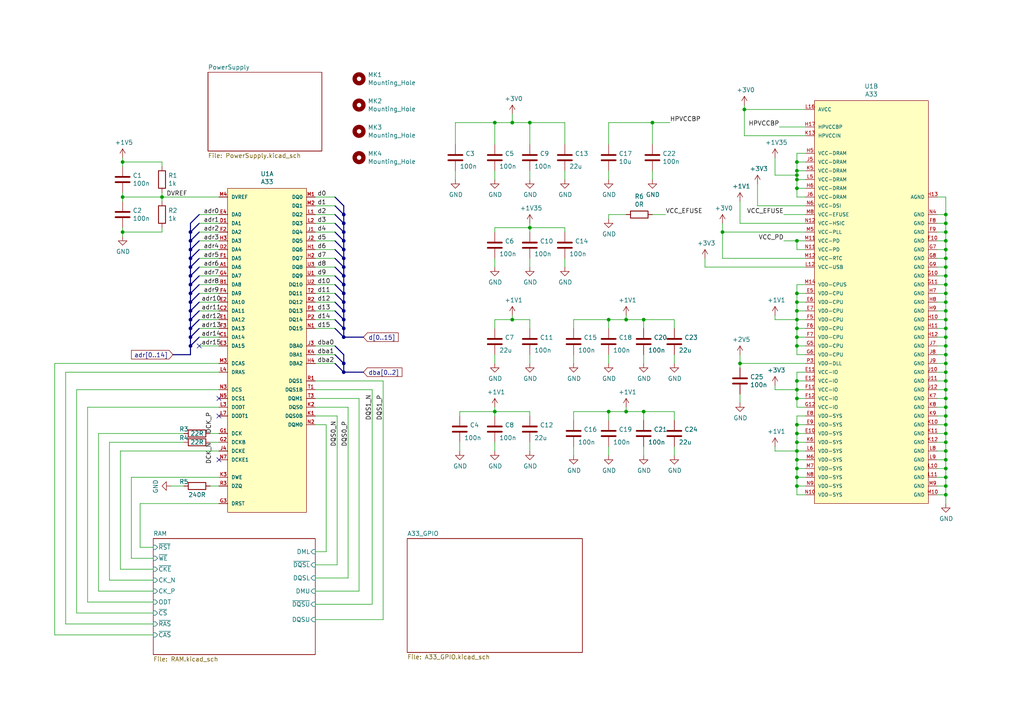
<source format=kicad_sch>
(kicad_sch (version 20211123) (generator eeschema)
  (paper "A4")
  (junction (at 274.32 90.17))
  (junction (at 99.695 67.31))
  (junction (at 55.245 80.01))
  (junction (at 274.32 64.77))
  (junction (at 215.9 31.75))
  (junction (at 55.245 92.71))
  (junction (at 274.32 72.39))
  (junction (at 55.245 90.17))
  (junction (at 35.56 57.15))
  (junction (at 148.59 92.71))
  (junction (at 274.32 115.57))
  (junction (at 274.32 107.95))
  (junction (at 231.14 138.43))
  (junction (at 99.695 90.17))
  (junction (at 274.32 85.09))
  (junction (at 214.63 105.41))
  (junction (at 231.14 135.89))
  (junction (at 274.32 87.63))
  (junction (at 231.14 69.85))
  (junction (at 231.14 54.61))
  (junction (at 231.14 115.57))
  (junction (at 231.14 113.03))
  (junction (at 99.695 80.01))
  (junction (at 231.14 49.53))
  (junction (at 99.695 92.71))
  (junction (at 181.61 119.38))
  (junction (at 181.61 92.71))
  (junction (at 231.14 90.17))
  (junction (at 55.245 74.93))
  (junction (at 231.14 123.19))
  (junction (at 189.23 35.56))
  (junction (at 99.695 74.93))
  (junction (at 231.14 125.73))
  (junction (at 274.32 125.73))
  (junction (at 231.14 133.35))
  (junction (at 231.14 50.8))
  (junction (at 274.32 105.41))
  (junction (at 231.14 97.79))
  (junction (at 274.32 138.43))
  (junction (at 99.695 82.55))
  (junction (at 153.67 66.04))
  (junction (at 55.245 77.47))
  (junction (at 186.69 119.38))
  (junction (at 99.695 85.09))
  (junction (at 35.56 46.99))
  (junction (at 274.32 67.31))
  (junction (at 274.32 97.79))
  (junction (at 274.32 77.47))
  (junction (at 55.245 97.79))
  (junction (at 99.695 107.95))
  (junction (at 274.32 69.85))
  (junction (at 274.32 133.35))
  (junction (at 274.32 95.25))
  (junction (at 231.14 85.09))
  (junction (at 55.245 95.25))
  (junction (at 231.14 46.99))
  (junction (at 274.32 62.23))
  (junction (at 55.245 85.09))
  (junction (at 55.245 69.85))
  (junction (at 274.32 110.49))
  (junction (at 55.245 72.39))
  (junction (at 274.32 82.55))
  (junction (at 209.55 67.31))
  (junction (at 46.99 57.15))
  (junction (at 99.695 77.47))
  (junction (at 55.245 82.55))
  (junction (at 274.32 128.27))
  (junction (at 231.14 87.63))
  (junction (at 274.32 130.81))
  (junction (at 148.59 35.56))
  (junction (at 143.51 35.56))
  (junction (at 274.32 140.97))
  (junction (at 231.14 95.25))
  (junction (at 231.14 92.71))
  (junction (at 153.67 35.56))
  (junction (at 186.69 92.71))
  (junction (at 99.695 105.41))
  (junction (at 231.14 110.49))
  (junction (at 231.14 100.33))
  (junction (at 99.695 97.79))
  (junction (at 231.14 128.27))
  (junction (at 99.695 62.23))
  (junction (at 55.245 100.33))
  (junction (at 231.14 52.07))
  (junction (at 274.32 80.01))
  (junction (at 55.245 67.31))
  (junction (at 274.32 143.51))
  (junction (at 274.32 102.87))
  (junction (at 176.53 92.71))
  (junction (at 231.14 130.81))
  (junction (at 274.32 113.03))
  (junction (at 55.245 87.63))
  (junction (at 176.53 119.38))
  (junction (at 274.32 100.33))
  (junction (at 231.14 140.97))
  (junction (at 35.56 67.31))
  (junction (at 274.32 123.19))
  (junction (at 274.32 74.93))
  (junction (at 99.695 95.25))
  (junction (at 143.51 119.38))
  (junction (at 274.32 92.71))
  (junction (at 274.32 118.11))
  (junction (at 274.32 135.89))
  (junction (at 99.695 64.77))
  (junction (at 99.695 69.85))
  (junction (at 99.695 87.63))
  (junction (at 274.32 120.65))
  (junction (at 99.695 72.39))
  (no_connect (at 63.5 120.65))
  (no_connect (at 63.5 115.57))
  (no_connect (at 57.785 100.33))
  (no_connect (at 63.5 133.35))
  (bus (pts (xy 97.155 57.15) (xy 99.695 59.69)))
  (wire (pts (xy 233.68 113.03) (xy 231.14 113.03)))
  (bus (pts (xy 99.695 107.95) (xy 105.41 107.95)))
  (wire (pts (xy 49.53 140.97) (xy 53.34 140.97)))
  (wire (pts (xy 91.44 90.17) (xy 97.155 90.17)))
  (wire (pts (xy 46.99 66.04) (xy 46.99 67.31)))
  (wire (pts (xy 274.32 72.39) (xy 274.32 74.93)))
  (wire (pts (xy 274.32 90.17) (xy 271.78 90.17)))
  (wire (pts (xy 34.925 165.1) (xy 44.45 165.1)))
  (wire (pts (xy 153.67 119.38) (xy 153.67 120.65)))
  (bus (pts (xy 55.245 80.01) (xy 55.245 82.55)))
  (wire (pts (xy 274.32 118.11) (xy 274.32 120.65)))
  (bus (pts (xy 55.245 87.63) (xy 57.785 85.09)))
  (wire (pts (xy 231.14 90.17) (xy 231.14 92.71)))
  (wire (pts (xy 274.32 87.63) (xy 274.32 90.17)))
  (wire (pts (xy 91.44 113.03) (xy 107.95 113.03)))
  (wire (pts (xy 153.67 64.77) (xy 153.67 66.04)))
  (wire (pts (xy 233.68 85.09) (xy 231.14 85.09)))
  (bus (pts (xy 97.155 67.31) (xy 99.695 69.85)))
  (wire (pts (xy 274.32 85.09) (xy 271.78 85.09)))
  (wire (pts (xy 176.53 105.41) (xy 176.53 102.87)))
  (bus (pts (xy 55.245 72.39) (xy 57.785 69.85)))
  (wire (pts (xy 63.5 125.73) (xy 60.96 125.73)))
  (wire (pts (xy 271.78 100.33) (xy 274.32 100.33)))
  (bus (pts (xy 99.695 74.93) (xy 99.695 77.47)))
  (wire (pts (xy 274.32 135.89) (xy 271.78 135.89)))
  (wire (pts (xy 274.32 64.77) (xy 271.78 64.77)))
  (wire (pts (xy 57.785 62.23) (xy 63.5 62.23)))
  (wire (pts (xy 163.83 52.07) (xy 163.83 49.53)))
  (wire (pts (xy 271.78 113.03) (xy 274.32 113.03)))
  (bus (pts (xy 97.155 69.85) (xy 99.695 72.39)))
  (wire (pts (xy 209.55 74.93) (xy 233.68 74.93)))
  (wire (pts (xy 44.45 177.8) (xy 22.225 177.8)))
  (wire (pts (xy 163.83 35.56) (xy 163.83 41.91)))
  (wire (pts (xy 214.63 102.87) (xy 214.63 105.41)))
  (wire (pts (xy 274.32 125.73) (xy 274.32 128.27)))
  (bus (pts (xy 55.245 82.55) (xy 57.785 80.01)))
  (wire (pts (xy 271.78 102.87) (xy 274.32 102.87)))
  (wire (pts (xy 274.32 130.81) (xy 274.32 133.35)))
  (wire (pts (xy 35.56 68.58) (xy 35.56 67.31)))
  (bus (pts (xy 55.245 92.71) (xy 55.245 95.25)))
  (wire (pts (xy 231.14 82.55) (xy 231.14 85.09)))
  (wire (pts (xy 271.78 143.51) (xy 274.32 143.51)))
  (wire (pts (xy 186.69 92.71) (xy 195.58 92.71)))
  (wire (pts (xy 271.78 118.11) (xy 274.32 118.11)))
  (wire (pts (xy 57.785 74.93) (xy 63.5 74.93)))
  (wire (pts (xy 57.785 100.33) (xy 63.5 100.33)))
  (wire (pts (xy 214.63 116.84) (xy 214.63 114.3)))
  (wire (pts (xy 181.61 119.38) (xy 186.69 119.38)))
  (wire (pts (xy 91.44 59.69) (xy 97.155 59.69)))
  (wire (pts (xy 231.14 52.07) (xy 231.14 54.61)))
  (wire (pts (xy 271.78 95.25) (xy 274.32 95.25)))
  (wire (pts (xy 274.32 143.51) (xy 274.32 146.05)))
  (wire (pts (xy 53.34 128.27) (xy 31.75 128.27)))
  (wire (pts (xy 233.68 130.81) (xy 231.14 130.81)))
  (wire (pts (xy 153.67 77.47) (xy 153.67 74.93)))
  (bus (pts (xy 55.245 90.17) (xy 55.245 92.71)))
  (wire (pts (xy 224.79 113.03) (xy 231.14 113.03)))
  (wire (pts (xy 224.79 91.44) (xy 224.79 92.71)))
  (wire (pts (xy 91.44 102.87) (xy 97.155 102.87)))
  (wire (pts (xy 274.32 69.85) (xy 274.32 72.39)))
  (bus (pts (xy 55.245 69.85) (xy 57.785 67.31)))
  (wire (pts (xy 274.32 92.71) (xy 274.32 95.25)))
  (wire (pts (xy 231.14 44.45) (xy 231.14 46.99)))
  (wire (pts (xy 274.32 67.31) (xy 274.32 69.85)))
  (wire (pts (xy 46.99 46.99) (xy 46.99 48.26)))
  (wire (pts (xy 231.14 49.53) (xy 231.14 50.8)))
  (wire (pts (xy 214.63 105.41) (xy 214.63 106.68)))
  (bus (pts (xy 55.245 100.33) (xy 55.245 102.87)))
  (wire (pts (xy 204.47 74.93) (xy 204.47 77.47)))
  (wire (pts (xy 91.44 171.45) (xy 104.14 171.45)))
  (wire (pts (xy 63.5 57.15) (xy 46.99 57.15)))
  (bus (pts (xy 99.695 62.23) (xy 99.695 64.77)))
  (wire (pts (xy 46.99 58.42) (xy 46.99 57.15)))
  (wire (pts (xy 274.32 128.27) (xy 274.32 130.81)))
  (wire (pts (xy 143.51 119.38) (xy 153.67 119.38)))
  (wire (pts (xy 274.32 105.41) (xy 271.78 105.41)))
  (wire (pts (xy 195.58 119.38) (xy 195.58 121.92)))
  (wire (pts (xy 133.35 130.81) (xy 133.35 128.27)))
  (wire (pts (xy 35.56 57.15) (xy 35.56 55.88)))
  (wire (pts (xy 91.44 87.63) (xy 97.155 87.63)))
  (wire (pts (xy 231.14 125.73) (xy 231.14 128.27)))
  (wire (pts (xy 15.875 105.41) (xy 63.5 105.41)))
  (wire (pts (xy 104.14 171.45) (xy 104.14 115.57)))
  (wire (pts (xy 148.59 92.71) (xy 153.67 92.71)))
  (wire (pts (xy 133.35 119.38) (xy 143.51 119.38)))
  (wire (pts (xy 63.5 130.81) (xy 34.925 130.81)))
  (wire (pts (xy 195.58 105.41) (xy 195.58 102.87)))
  (wire (pts (xy 148.59 33.02) (xy 148.59 35.56)))
  (wire (pts (xy 166.37 95.25) (xy 166.37 92.71)))
  (wire (pts (xy 271.78 72.39) (xy 274.32 72.39)))
  (wire (pts (xy 143.51 92.71) (xy 148.59 92.71)))
  (wire (pts (xy 231.14 54.61) (xy 231.14 57.15)))
  (wire (pts (xy 31.75 128.27) (xy 31.75 168.275)))
  (wire (pts (xy 38.1 161.925) (xy 38.1 138.43)))
  (bus (pts (xy 99.695 90.17) (xy 99.695 92.71)))
  (wire (pts (xy 40.64 146.05) (xy 63.5 146.05)))
  (wire (pts (xy 274.32 133.35) (xy 274.32 135.89)))
  (wire (pts (xy 166.37 105.41) (xy 166.37 102.87)))
  (wire (pts (xy 44.45 161.925) (xy 38.1 161.925)))
  (bus (pts (xy 99.695 92.71) (xy 99.695 95.25)))
  (wire (pts (xy 40.64 158.75) (xy 40.64 146.05)))
  (bus (pts (xy 99.695 64.77) (xy 99.695 67.31)))
  (wire (pts (xy 274.32 140.97) (xy 274.32 143.51)))
  (bus (pts (xy 97.155 59.69) (xy 99.695 62.23)))
  (wire (pts (xy 153.67 105.41) (xy 153.67 102.87)))
  (bus (pts (xy 55.245 74.93) (xy 57.785 72.39)))
  (wire (pts (xy 274.32 77.47) (xy 274.32 80.01)))
  (wire (pts (xy 57.785 80.01) (xy 63.5 80.01)))
  (wire (pts (xy 231.14 133.35) (xy 231.14 135.89)))
  (bus (pts (xy 97.155 77.47) (xy 99.695 80.01)))
  (wire (pts (xy 97.79 120.65) (xy 91.44 120.65)))
  (bus (pts (xy 99.695 69.85) (xy 99.695 72.39)))
  (wire (pts (xy 57.785 87.63) (xy 63.5 87.63)))
  (wire (pts (xy 163.83 77.47) (xy 163.83 74.93)))
  (wire (pts (xy 209.55 74.93) (xy 209.55 67.31)))
  (wire (pts (xy 274.32 74.93) (xy 274.32 77.47)))
  (bus (pts (xy 55.245 85.09) (xy 55.245 87.63)))
  (wire (pts (xy 132.08 35.56) (xy 143.51 35.56)))
  (wire (pts (xy 22.225 113.03) (xy 63.5 113.03)))
  (wire (pts (xy 274.32 57.15) (xy 274.32 62.23)))
  (wire (pts (xy 63.5 128.27) (xy 60.96 128.27)))
  (bus (pts (xy 97.155 64.77) (xy 99.695 67.31)))
  (wire (pts (xy 176.53 63.5) (xy 176.53 62.23)))
  (wire (pts (xy 176.53 121.92) (xy 176.53 119.38)))
  (bus (pts (xy 97.155 102.87) (xy 99.695 105.41)))
  (wire (pts (xy 143.51 35.56) (xy 148.59 35.56)))
  (wire (pts (xy 31.75 168.275) (xy 44.45 168.275)))
  (wire (pts (xy 233.68 107.95) (xy 231.14 107.95)))
  (wire (pts (xy 176.53 41.91) (xy 176.53 35.56)))
  (wire (pts (xy 57.785 77.47) (xy 63.5 77.47)))
  (wire (pts (xy 233.68 120.65) (xy 231.14 120.65)))
  (wire (pts (xy 233.68 44.45) (xy 231.14 44.45)))
  (wire (pts (xy 231.14 69.85) (xy 227.33 69.85)))
  (wire (pts (xy 63.5 118.11) (xy 25.4 118.11)))
  (wire (pts (xy 233.68 133.35) (xy 231.14 133.35)))
  (wire (pts (xy 186.69 105.41) (xy 186.69 102.87)))
  (wire (pts (xy 57.785 97.79) (xy 63.5 97.79)))
  (wire (pts (xy 231.14 115.57) (xy 231.14 118.11)))
  (wire (pts (xy 233.68 140.97) (xy 231.14 140.97)))
  (bus (pts (xy 55.245 85.09) (xy 57.785 82.55)))
  (wire (pts (xy 94.615 160.02) (xy 91.44 160.02)))
  (wire (pts (xy 143.51 130.81) (xy 143.51 128.27)))
  (bus (pts (xy 55.245 95.25) (xy 57.785 92.71)))
  (bus (pts (xy 55.245 74.93) (xy 55.245 77.47)))
  (wire (pts (xy 181.61 118.11) (xy 181.61 119.38)))
  (wire (pts (xy 44.45 158.75) (xy 40.64 158.75)))
  (wire (pts (xy 231.14 50.8) (xy 231.14 52.07)))
  (wire (pts (xy 231.14 85.09) (xy 231.14 87.63)))
  (wire (pts (xy 233.68 92.71) (xy 231.14 92.71)))
  (wire (pts (xy 91.44 67.31) (xy 97.155 67.31)))
  (wire (pts (xy 44.45 184.15) (xy 15.875 184.15)))
  (bus (pts (xy 97.155 74.93) (xy 99.695 77.47)))
  (wire (pts (xy 19.05 107.95) (xy 19.05 180.975)))
  (wire (pts (xy 233.68 97.79) (xy 231.14 97.79)))
  (wire (pts (xy 57.785 69.85) (xy 63.5 69.85)))
  (wire (pts (xy 94.615 123.19) (xy 94.615 160.02)))
  (wire (pts (xy 215.9 30.48) (xy 215.9 31.75)))
  (wire (pts (xy 91.44 118.11) (xy 100.965 118.11)))
  (bus (pts (xy 55.245 87.63) (xy 55.245 90.17)))
  (wire (pts (xy 231.14 72.39) (xy 231.14 69.85)))
  (wire (pts (xy 189.23 62.23) (xy 193.04 62.23)))
  (wire (pts (xy 35.56 67.31) (xy 46.99 67.31)))
  (wire (pts (xy 176.53 132.08) (xy 176.53 129.54)))
  (wire (pts (xy 60.96 140.97) (xy 63.5 140.97)))
  (wire (pts (xy 97.79 163.83) (xy 97.79 120.65)))
  (wire (pts (xy 231.14 140.97) (xy 231.14 143.51)))
  (wire (pts (xy 215.9 39.37) (xy 215.9 31.75)))
  (wire (pts (xy 231.14 135.89) (xy 231.14 138.43)))
  (wire (pts (xy 274.32 85.09) (xy 274.32 87.63)))
  (wire (pts (xy 231.14 92.71) (xy 231.14 95.25)))
  (bus (pts (xy 55.245 97.79) (xy 57.785 95.25)))
  (wire (pts (xy 166.37 121.92) (xy 166.37 119.38)))
  (wire (pts (xy 34.925 130.81) (xy 34.925 165.1)))
  (wire (pts (xy 132.08 41.91) (xy 132.08 35.56)))
  (wire (pts (xy 233.68 36.83) (xy 226.06 36.83)))
  (wire (pts (xy 233.68 69.85) (xy 231.14 69.85)))
  (wire (pts (xy 100.965 167.64) (xy 91.44 167.64)))
  (wire (pts (xy 231.14 87.63) (xy 231.14 90.17)))
  (wire (pts (xy 176.53 92.71) (xy 181.61 92.71)))
  (wire (pts (xy 231.14 138.43) (xy 231.14 140.97)))
  (wire (pts (xy 153.67 41.91) (xy 153.67 35.56)))
  (wire (pts (xy 233.68 90.17) (xy 231.14 90.17)))
  (wire (pts (xy 91.44 105.41) (xy 97.155 105.41)))
  (wire (pts (xy 143.51 66.04) (xy 153.67 66.04)))
  (wire (pts (xy 181.61 92.71) (xy 186.69 92.71)))
  (wire (pts (xy 15.875 184.15) (xy 15.875 105.41)))
  (wire (pts (xy 91.44 179.705) (xy 111.125 179.705)))
  (wire (pts (xy 176.53 95.25) (xy 176.53 92.71)))
  (wire (pts (xy 233.68 95.25) (xy 231.14 95.25)))
  (wire (pts (xy 274.32 107.95) (xy 274.32 110.49)))
  (bus (pts (xy 99.695 97.79) (xy 105.41 97.79)))
  (wire (pts (xy 274.32 62.23) (xy 274.32 64.77)))
  (wire (pts (xy 143.51 41.91) (xy 143.51 35.56)))
  (wire (pts (xy 44.45 171.45) (xy 28.575 171.45)))
  (wire (pts (xy 153.67 92.71) (xy 153.67 95.25)))
  (wire (pts (xy 274.32 105.41) (xy 274.32 107.95)))
  (wire (pts (xy 91.44 57.15) (xy 97.155 57.15)))
  (wire (pts (xy 91.44 95.25) (xy 97.155 95.25)))
  (wire (pts (xy 274.32 110.49) (xy 274.32 113.03)))
  (bus (pts (xy 97.155 90.17) (xy 99.695 92.71)))
  (wire (pts (xy 189.23 41.91) (xy 189.23 35.56)))
  (wire (pts (xy 233.68 115.57) (xy 231.14 115.57)))
  (wire (pts (xy 35.56 58.42) (xy 35.56 57.15)))
  (wire (pts (xy 274.32 80.01) (xy 274.32 82.55)))
  (wire (pts (xy 153.67 67.31) (xy 153.67 66.04)))
  (bus (pts (xy 55.245 72.39) (xy 55.245 74.93)))
  (wire (pts (xy 91.44 123.19) (xy 94.615 123.19)))
  (wire (pts (xy 271.78 120.65) (xy 274.32 120.65)))
  (wire (pts (xy 104.14 115.57) (xy 91.44 115.57)))
  (wire (pts (xy 153.67 35.56) (xy 163.83 35.56)))
  (wire (pts (xy 176.53 62.23) (xy 181.61 62.23)))
  (wire (pts (xy 91.44 92.71) (xy 97.155 92.71)))
  (wire (pts (xy 28.575 125.73) (xy 53.34 125.73)))
  (wire (pts (xy 231.14 143.51) (xy 233.68 143.51)))
  (wire (pts (xy 143.51 118.11) (xy 143.51 119.38)))
  (wire (pts (xy 35.56 67.31) (xy 35.56 66.04)))
  (wire (pts (xy 233.68 62.23) (xy 227.33 62.23)))
  (wire (pts (xy 274.32 110.49) (xy 271.78 110.49)))
  (bus (pts (xy 99.695 102.87) (xy 99.695 105.41)))
  (bus (pts (xy 99.695 77.47) (xy 99.695 80.01)))
  (wire (pts (xy 166.37 132.08) (xy 166.37 129.54)))
  (bus (pts (xy 97.155 82.55) (xy 99.695 85.09)))
  (bus (pts (xy 55.245 67.31) (xy 55.245 69.85)))
  (wire (pts (xy 91.44 80.01) (xy 97.155 80.01)))
  (bus (pts (xy 99.695 67.31) (xy 99.695 69.85)))
  (wire (pts (xy 271.78 107.95) (xy 274.32 107.95)))
  (wire (pts (xy 209.55 64.77) (xy 209.55 67.31)))
  (wire (pts (xy 271.78 87.63) (xy 274.32 87.63)))
  (wire (pts (xy 153.67 130.81) (xy 153.67 128.27)))
  (wire (pts (xy 57.785 64.77) (xy 63.5 64.77)))
  (wire (pts (xy 233.68 87.63) (xy 231.14 87.63)))
  (wire (pts (xy 274.32 100.33) (xy 274.32 102.87)))
  (wire (pts (xy 91.44 100.33) (xy 97.155 100.33)))
  (wire (pts (xy 271.78 92.71) (xy 274.32 92.71)))
  (bus (pts (xy 55.245 64.77) (xy 57.785 62.23)))
  (wire (pts (xy 224.79 130.81) (xy 231.14 130.81)))
  (wire (pts (xy 224.79 92.71) (xy 231.14 92.71)))
  (wire (pts (xy 35.56 57.15) (xy 46.99 57.15)))
  (wire (pts (xy 231.14 128.27) (xy 231.14 130.81)))
  (wire (pts (xy 143.51 120.65) (xy 143.51 119.38)))
  (wire (pts (xy 233.68 49.53) (xy 231.14 49.53)))
  (wire (pts (xy 214.63 64.77) (xy 233.68 64.77)))
  (bus (pts (xy 55.245 95.25) (xy 55.245 97.79)))
  (wire (pts (xy 233.68 52.07) (xy 231.14 52.07)))
  (wire (pts (xy 231.14 130.81) (xy 231.14 133.35)))
  (wire (pts (xy 22.225 177.8) (xy 22.225 113.03)))
  (wire (pts (xy 186.69 119.38) (xy 195.58 119.38)))
  (wire (pts (xy 57.785 92.71) (xy 63.5 92.71)))
  (wire (pts (xy 233.68 138.43) (xy 231.14 138.43)))
  (bus (pts (xy 99.695 82.55) (xy 99.695 85.09)))
  (wire (pts (xy 224.79 129.54) (xy 224.79 130.81)))
  (wire (pts (xy 233.68 59.69) (xy 219.71 59.69)))
  (wire (pts (xy 274.32 115.57) (xy 271.78 115.57)))
  (wire (pts (xy 233.68 54.61) (xy 231.14 54.61)))
  (wire (pts (xy 209.55 67.31) (xy 233.68 67.31)))
  (bus (pts (xy 55.245 69.85) (xy 55.245 72.39)))
  (wire (pts (xy 231.14 57.15) (xy 233.68 57.15)))
  (wire (pts (xy 143.51 52.07) (xy 143.51 49.53)))
  (wire (pts (xy 274.32 128.27) (xy 271.78 128.27)))
  (wire (pts (xy 233.68 100.33) (xy 231.14 100.33)))
  (wire (pts (xy 274.32 95.25) (xy 274.32 97.79)))
  (wire (pts (xy 57.785 67.31) (xy 63.5 67.31)))
  (wire (pts (xy 214.63 58.42) (xy 214.63 64.77)))
  (wire (pts (xy 224.79 45.72) (xy 224.79 50.8)))
  (wire (pts (xy 231.14 110.49) (xy 231.14 113.03)))
  (bus (pts (xy 55.245 67.31) (xy 57.785 64.77)))
  (wire (pts (xy 35.56 46.99) (xy 35.56 45.72)))
  (wire (pts (xy 148.59 35.56) (xy 153.67 35.56)))
  (wire (pts (xy 91.44 77.47) (xy 97.155 77.47)))
  (wire (pts (xy 231.14 113.03) (xy 231.14 115.57)))
  (wire (pts (xy 46.99 57.15) (xy 46.99 55.88)))
  (wire (pts (xy 233.68 72.39) (xy 231.14 72.39)))
  (wire (pts (xy 35.56 46.99) (xy 46.99 46.99)))
  (wire (pts (xy 271.78 138.43) (xy 274.32 138.43)))
  (wire (pts (xy 274.32 120.65) (xy 274.32 123.19)))
  (wire (pts (xy 91.44 82.55) (xy 97.155 82.55)))
  (wire (pts (xy 153.67 66.04) (xy 163.83 66.04)))
  (bus (pts (xy 99.695 85.09) (xy 99.695 87.63)))
  (bus (pts (xy 99.695 59.69) (xy 99.695 62.23)))
  (wire (pts (xy 195.58 92.71) (xy 195.58 95.25)))
  (bus (pts (xy 55.245 92.71) (xy 57.785 90.17)))
  (wire (pts (xy 143.51 67.31) (xy 143.51 66.04)))
  (wire (pts (xy 274.32 80.01) (xy 271.78 80.01)))
  (wire (pts (xy 215.9 39.37) (xy 233.68 39.37)))
  (wire (pts (xy 63.5 107.95) (xy 19.05 107.95)))
  (bus (pts (xy 97.155 80.01) (xy 99.695 82.55)))
  (wire (pts (xy 57.785 72.39) (xy 63.5 72.39)))
  (wire (pts (xy 231.14 120.65) (xy 231.14 123.19)))
  (wire (pts (xy 271.78 130.81) (xy 274.32 130.81)))
  (wire (pts (xy 271.78 133.35) (xy 274.32 133.35)))
  (wire (pts (xy 166.37 119.38) (xy 176.53 119.38)))
  (wire (pts (xy 274.32 82.55) (xy 274.32 85.09)))
  (wire (pts (xy 163.83 66.04) (xy 163.83 67.31)))
  (bus (pts (xy 97.155 92.71) (xy 99.695 95.25)))
  (wire (pts (xy 91.44 69.85) (xy 97.155 69.85)))
  (wire (pts (xy 186.69 95.25) (xy 186.69 92.71)))
  (wire (pts (xy 143.51 95.25) (xy 143.51 92.71)))
  (wire (pts (xy 231.14 123.19) (xy 231.14 125.73)))
  (wire (pts (xy 25.4 174.625) (xy 44.45 174.625)))
  (wire (pts (xy 133.35 120.65) (xy 133.35 119.38)))
  (wire (pts (xy 57.785 82.55) (xy 63.5 82.55)))
  (wire (pts (xy 274.32 135.89) (xy 274.32 138.43)))
  (wire (pts (xy 19.05 180.975) (xy 44.45 180.975)))
  (bus (pts (xy 55.245 100.33) (xy 57.785 97.79)))
  (wire (pts (xy 274.32 64.77) (xy 274.32 67.31)))
  (bus (pts (xy 99.695 80.01) (xy 99.695 82.55)))
  (wire (pts (xy 91.44 62.23) (xy 97.155 62.23)))
  (wire (pts (xy 233.68 105.41) (xy 214.63 105.41)))
  (wire (pts (xy 38.1 138.43) (xy 63.5 138.43)))
  (wire (pts (xy 176.53 52.07) (xy 176.53 49.53)))
  (wire (pts (xy 274.32 90.17) (xy 274.32 92.71)))
  (wire (pts (xy 274.32 115.57) (xy 274.32 118.11)))
  (wire (pts (xy 176.53 119.38) (xy 181.61 119.38)))
  (bus (pts (xy 97.155 72.39) (xy 99.695 74.93)))
  (wire (pts (xy 176.53 35.56) (xy 189.23 35.56)))
  (wire (pts (xy 91.44 74.93) (xy 97.155 74.93)))
  (wire (pts (xy 231.14 107.95) (xy 231.14 110.49)))
  (wire (pts (xy 107.95 113.03) (xy 107.95 175.26)))
  (wire (pts (xy 107.95 175.26) (xy 91.44 175.26)))
  (wire (pts (xy 148.59 91.44) (xy 148.59 92.71)))
  (wire (pts (xy 91.44 64.77) (xy 97.155 64.77)))
  (bus (pts (xy 55.245 97.79) (xy 55.245 100.33)))
  (wire (pts (xy 25.4 118.11) (xy 25.4 174.625)))
  (bus (pts (xy 97.155 100.33) (xy 99.695 102.87)))
  (wire (pts (xy 271.78 62.23) (xy 274.32 62.23)))
  (bus (pts (xy 97.155 105.41) (xy 99.695 107.95)))
  (wire (pts (xy 111.125 110.49) (xy 91.44 110.49)))
  (wire (pts (xy 274.32 102.87) (xy 274.32 105.41)))
  (bus (pts (xy 55.245 82.55) (xy 55.245 85.09)))
  (wire (pts (xy 271.78 67.31) (xy 274.32 67.31)))
  (wire (pts (xy 111.125 179.705) (xy 111.125 110.49)))
  (wire (pts (xy 186.69 121.92) (xy 186.69 119.38)))
  (bus (pts (xy 99.695 87.63) (xy 99.695 90.17)))
  (wire (pts (xy 271.78 125.73) (xy 274.32 125.73)))
  (wire (pts (xy 274.32 74.93) (xy 271.78 74.93)))
  (wire (pts (xy 57.785 95.25) (xy 63.5 95.25)))
  (bus (pts (xy 55.245 102.87) (xy 50.165 102.87)))
  (wire (pts (xy 274.32 113.03) (xy 274.32 115.57)))
  (wire (pts (xy 231.14 95.25) (xy 231.14 97.79)))
  (wire (pts (xy 204.47 77.47) (xy 233.68 77.47)))
  (wire (pts (xy 224.79 111.76) (xy 224.79 113.03)))
  (wire (pts (xy 153.67 52.07) (xy 153.67 49.53)))
  (bus (pts (xy 97.155 62.23) (xy 99.695 64.77)))
  (wire (pts (xy 231.14 135.89) (xy 233.68 135.89)))
  (wire (pts (xy 224.79 50.8) (xy 231.14 50.8)))
  (wire (pts (xy 271.78 57.15) (xy 274.32 57.15)))
  (wire (pts (xy 271.78 82.55) (xy 274.32 82.55)))
  (wire (pts (xy 274.32 123.19) (xy 271.78 123.19)))
  (bus (pts (xy 99.695 95.25) (xy 99.695 97.79)))
  (wire (pts (xy 166.37 92.71) (xy 176.53 92.71)))
  (bus (pts (xy 99.695 105.41) (xy 99.695 107.95)))
  (wire (pts (xy 57.785 90.17) (xy 63.5 90.17)))
  (wire (pts (xy 274.32 140.97) (xy 271.78 140.97)))
  (wire (pts (xy 143.51 77.47) (xy 143.51 74.93)))
  (wire (pts (xy 231.14 97.79) (xy 231.14 100.33)))
  (wire (pts (xy 186.69 132.08) (xy 186.69 129.54)))
  (wire (pts (xy 274.32 138.43) (xy 274.32 140.97)))
  (wire (pts (xy 233.68 46.99) (xy 231.14 46.99)))
  (wire (pts (xy 274.32 123.19) (xy 274.32 125.73)))
  (wire (pts (xy 91.44 163.83) (xy 97.79 163.83)))
  (wire (pts (xy 195.58 132.08) (xy 195.58 129.54)))
  (bus (pts (xy 97.155 85.09) (xy 99.695 87.63)))
  (wire (pts (xy 233.68 123.19) (xy 231.14 123.19)))
  (bus (pts (xy 97.155 87.63) (xy 99.695 90.17)))
  (wire (pts (xy 189.23 52.07) (xy 189.23 49.53)))
  (wire (pts (xy 28.575 171.45) (xy 28.575 125.73)))
  (wire (pts (xy 91.44 85.09) (xy 97.155 85.09)))
  (bus (pts (xy 55.245 64.77) (xy 55.245 67.31)))
  (wire (pts (xy 219.71 59.69) (xy 219.71 53.34)))
  (wire (pts (xy 274.32 97.79) (xy 271.78 97.79)))
  (wire (pts (xy 271.78 77.47) (xy 274.32 77.47)))
  (wire (pts (xy 189.23 35.56) (xy 194.31 35.56)))
  (wire (pts (xy 57.785 85.09) (xy 63.5 85.09)))
  (wire (pts (xy 35.56 48.26) (xy 35.56 46.99)))
  (wire (pts (xy 215.9 31.75) (xy 233.68 31.75)))
  (bus (pts (xy 55.245 77.47) (xy 57.785 74.93)))
  (wire (pts (xy 233.68 82.55) (xy 231.14 82.55)))
  (bus (pts (xy 55.245 90.17) (xy 57.785 87.63)))
  (wire (pts (xy 231.14 46.99) (xy 231.14 49.53)))
  (wire (pts (xy 143.51 105.41) (xy 143.51 102.87)))
  (bus (pts (xy 55.245 77.47) (xy 55.245 80.01)))
  (wire (pts (xy 132.08 52.07) (xy 132.08 49.53)))
  (wire (pts (xy 233.68 125.73) (xy 231.14 125.73)))
  (wire (pts (xy 274.32 97.79) (xy 274.32 100.33)))
  (wire (pts (xy 233.68 128.27) (xy 231.14 128.27)))
  (wire (pts (xy 274.32 69.85) (xy 271.78 69.85)))
  (wire (pts (xy 231.14 118.11) (xy 233.68 118.11)))
  (bus (pts (xy 99.695 72.39) (xy 99.695 74.93)))
  (wire (pts (xy 233.68 110.49) (xy 231.14 110.49)))
  (wire (pts (xy 91.44 72.39) (xy 97.155 72.39)))
  (wire (pts (xy 100.965 118.11) (xy 100.965 167.64)))
  (wire (pts (xy 181.61 91.44) (xy 181.61 92.71)))
  (bus (pts (xy 97.155 95.25) (xy 99.695 97.79)))
  (bus (pts (xy 55.245 80.01) (xy 57.785 77.47)))
  (wire (pts (xy 231.14 100.33) (xy 231.14 102.87)))
  (wire (pts (xy 231.14 102.87) (xy 233.68 102.87)))
  (label "adr8" (at 59.055 82.55 0))
  (label "d1" (at 92.075 59.69 0))
  (label "DQS0_P" (at 100.965 129.54 90))
  (label "d5" (at 92.075 69.85 0))
  (label "adr13" (at 58.42 95.25 0))
  (label "DVREF" (at 48.26 57.15 0))
  (label "DCK_P" (at 61.595 125.73 90))
  (label "DQS0_N" (at 97.79 129.54 90))
  (label "adr1" (at 59.055 64.77 0))
  (label "adr6" (at 59.055 77.47 0))
  (label "HPVCCBP" (at 194.31 35.56 0))
  (label "d0" (at 92.075 57.15 0))
  (label "adr7" (at 59.055 80.01 0))
  (label "VCC_EFUSE" (at 193.04 62.23 0))
  (label "d11" (at 92.075 85.09 0))
  (label "adr11" (at 58.42 90.17 0))
  (label "adr15" (at 58.42 100.33 0))
  (label "adr10" (at 58.42 87.63 0))
  (label "dba0" (at 92.075 100.33 0))
  (label "DCK_N" (at 61.595 128.27 270))
  (label "adr4" (at 59.055 72.39 0))
  (label "adr5" (at 59.055 74.93 0))
  (label "d15" (at 92.075 95.25 0))
  (label "adr0" (at 59.055 62.23 0))
  (label "dba2" (at 92.075 105.41 0))
  (label "VCC_PD" (at 227.33 69.85 180))
  (label "HPVCCBP" (at 226.06 36.83 180))
  (label "dba1" (at 92.075 102.87 0))
  (label "DQS1_N" (at 107.95 121.92 90))
  (label "d12" (at 92.075 87.63 0))
  (label "adr12" (at 58.42 92.71 0))
  (label "d9" (at 92.075 80.01 0))
  (label "adr3" (at 59.055 69.85 0))
  (label "d7" (at 92.075 74.93 0))
  (label "d4" (at 92.075 67.31 0))
  (label "d8" (at 92.075 77.47 0))
  (label "d13" (at 92.075 90.17 0))
  (label "d14" (at 92.075 92.71 0))
  (label "d2" (at 92.075 62.23 0))
  (label "d6" (at 92.075 72.39 0))
  (label "VCC_EFUSE" (at 227.33 62.23 180))
  (label "adr14" (at 58.42 97.79 0))
  (label "adr9" (at 59.055 85.09 0))
  (label "d3" (at 92.075 64.77 0))
  (label "d10" (at 92.075 82.55 0))
  (label "adr2" (at 59.055 67.31 0))
  (label "DQS1_P" (at 111.125 121.92 90))
  (global_label "adr[0..14]" (shape input) (at 50.165 102.87 180) (property "Intersheet References" "${INTERSHEET_REFS}" (effects hide)))
  (global_label "d[0..15]" (shape input) (at 105.41 97.79 0) (property "Intersheet References" "${INTERSHEET_REFS}" (effects hide)))
  (global_label "dba[0..2]" (shape input) (at 105.41 107.95 0) (property "Intersheet References" "${INTERSHEET_REFS}" (effects hide)))
  (symbol (lib_id "eec:A33") (at 60.96 57.15 0) (unit 1)
    (property "Reference" "U1" (at 77.47 50.419 0))
    (property "Value" "A33" (at 77.47 52.7304 0))
    (property "Footprint" "eec:Allwinner_Technology_Co.,_Ltd.-A33-0" (effects hide))
    (property "Datasheet" "http://dl.linux-sunxi.org/A33/A33_Datasheet_release1.0.pdf" (effects hide))
    (property "DC Supply Voltage for I/O" "1.8V ~ 3.3V" (effects hide))
    (property "category" "IC" (effects hide))
    (property "ipc land pattern name" "BGA289N80P17X17_1400X1400X129" (effects hide))
    (property "lead free" "yes" (effects hide))
    (property "library id" "f6b937119e25c27a" (effects hide))
    (property "manufacturer" "Allwinner Technology Co., Ltd." (effects hide))
    (property "package" "TFBGA282" (effects hide))
    (property "rohs" "yes" (effects hide))
    (property "temperature range high" "+125°C" (effects hide))
    (property "temperature range low" "-40°C" (effects hide))
  )
  (symbol (lib_id "Linux-capable-PCB-KiCAD-rescue:R-device") (at 46.99 52.07 0) (unit 1)
    (property "Reference" "R1" (at 48.768 50.9016 0) (effects (justify left)))
    (property "Value" "1k" (at 48.768 53.213 0) (effects (justify left)))
    (property "Footprint" "Resistor_SMD:R_0603_1608Metric" (effects hide))
  )
  (symbol (lib_id "Linux-capable-PCB-KiCAD-rescue:R-device") (at 46.99 62.23 0) (unit 1)
    (property "Reference" "R2" (at 48.768 61.0616 0) (effects (justify left)))
    (property "Value" "1k" (at 48.768 63.373 0) (effects (justify left)))
    (property "Footprint" "Resistor_SMD:R_0603_1608Metric" (effects hide))
  )
  (symbol (lib_id "Linux-capable-PCB-KiCAD-rescue:C-device") (at 35.56 52.07 0) (unit 1)
    (property "Reference" "C1" (at 38.481 50.9016 0) (effects (justify left)))
    (property "Value" "100n" (at 38.481 53.213 0) (effects (justify left)))
    (property "Footprint" "Capacitor_SMD:C_0603_1608Metric" (effects hide))
  )
  (symbol (lib_id "Linux-capable-PCB-KiCAD-rescue:C-device") (at 35.56 62.23 0) (unit 1)
    (property "Reference" "C2" (at 38.481 61.0616 0) (effects (justify left)))
    (property "Value" "100n" (at 38.481 63.373 0) (effects (justify left)))
    (property "Footprint" "Capacitor_SMD:C_0603_1608Metric" (effects hide))
  )
  (symbol (lib_id "power:GND") (at 35.56 68.58 0) (unit 1)
    (property "Reference" "#PWR0101" (effects hide))
    (property "Value" "GND" (at 35.687 72.9742 0))
  )
  (symbol (lib_id "eec:A33") (at 231.14 31.75 0) (unit 2)
    (property "Reference" "U1" (at 252.73 25.019 0))
    (property "Value" "A33" (at 252.73 27.3304 0))
    (property "Footprint" "eec:Allwinner_Technology_Co.,_Ltd.-A33-0" (effects hide))
    (property "Datasheet" "http://dl.linux-sunxi.org/A33/A33_Datasheet_release1.0.pdf" (effects hide))
    (property "DC Supply Voltage for I/O" "1.8V ~ 3.3V" (effects hide))
    (property "category" "IC" (effects hide))
    (property "ipc land pattern name" "BGA289N80P17X17_1400X1400X129" (effects hide))
    (property "lead free" "yes" (effects hide))
    (property "library id" "f6b937119e25c27a" (effects hide))
    (property "manufacturer" "Allwinner Technology Co., Ltd." (effects hide))
    (property "package" "TFBGA282" (effects hide))
    (property "rohs" "yes" (effects hide))
    (property "temperature range high" "+125°C" (effects hide))
    (property "temperature range low" "-40°C" (effects hide))
  )
  (symbol (lib_id "power:GND") (at 274.32 146.05 0) (unit 1)
    (property "Reference" "#PWR0103" (effects hide))
    (property "Value" "GND" (at 274.447 150.4442 0))
  )
  (symbol (lib_id "power:+1V1") (at 224.79 129.54 0) (unit 1)
    (property "Reference" "#PWR0104" (effects hide))
    (property "Value" "+1V1" (at 225.171 125.1458 0))
  )
  (symbol (lib_id "power:+3V3") (at 224.79 111.76 0) (unit 1)
    (property "Reference" "#PWR0105" (effects hide))
    (property "Value" "+3V3" (at 225.171 107.3658 0))
  )
  (symbol (lib_id "Linux-capable-PCB-KiCAD-rescue:C-device") (at 214.63 110.49 0) (unit 1)
    (property "Reference" "C25" (at 217.551 109.3216 0) (effects (justify left)))
    (property "Value" "100n" (at 217.551 111.633 0) (effects (justify left)))
    (property "Footprint" "Capacitor_SMD:C_0603_1608Metric" (effects hide))
  )
  (symbol (lib_id "power:GND") (at 214.63 116.84 0) (unit 1)
    (property "Reference" "#PWR0106" (effects hide))
    (property "Value" "GND" (at 214.757 121.2342 0))
  )
  (symbol (lib_id "power:+2V5") (at 214.63 102.87 0) (unit 1)
    (property "Reference" "#PWR0107" (effects hide))
    (property "Value" "+2V5" (at 215.011 98.4758 0))
  )
  (symbol (lib_id "power:+1V1") (at 224.79 91.44 0) (unit 1)
    (property "Reference" "#PWR0108" (effects hide))
    (property "Value" "+1V1" (at 225.171 87.0458 0))
  )
  (symbol (lib_id "power:+3V3") (at 204.47 74.93 0) (unit 1)
    (property "Reference" "#PWR0109" (effects hide))
    (property "Value" "+3V3" (at 204.851 70.5358 0))
  )
  (symbol (lib_id "power:+3V0") (at 209.55 64.77 0) (unit 1)
    (property "Reference" "#PWR0110" (effects hide))
    (property "Value" "+3V0" (at 209.931 60.3758 0))
  )
  (symbol (lib_id "power:+1V1") (at 214.63 58.42 0) (unit 1)
    (property "Reference" "#PWR0111" (effects hide))
    (property "Value" "+1V1" (at 215.011 54.0258 0))
  )
  (symbol (lib_id "power:+1V5") (at 35.56 45.72 0) (unit 1)
    (property "Reference" "#PWR0102" (effects hide))
    (property "Value" "+1V5" (at 35.941 41.3258 0))
  )
  (symbol (lib_id "power:+3V3") (at 219.71 53.34 0) (unit 1)
    (property "Reference" "#PWR0112" (effects hide))
    (property "Value" "+3V3" (at 220.091 48.9458 0))
  )
  (symbol (lib_id "power:+1V35") (at 224.79 45.72 0) (unit 1)
    (property "Reference" "#PWR0113" (effects hide))
    (property "Value" "+1V35" (at 225.171 41.3258 0))
  )
  (symbol (lib_id "power:+3V0") (at 215.9 30.48 0) (unit 1)
    (property "Reference" "#PWR0114" (effects hide))
    (property "Value" "+3V0" (at 216.281 26.0858 0))
  )
  (symbol (lib_id "Linux-capable-PCB-KiCAD-rescue:R-device") (at 185.42 62.23 270) (unit 1)
    (property "Reference" "R6" (at 185.42 56.9722 90))
    (property "Value" "0R" (at 185.42 59.2836 90))
    (property "Footprint" "Resistor_SMD:R_0603_1608Metric" (effects hide))
  )
  (symbol (lib_id "power:GND") (at 176.53 63.5 0) (unit 1)
    (property "Reference" "#PWR0115" (effects hide))
    (property "Value" "GND" (at 176.657 67.8942 0))
  )
  (symbol (lib_id "Linux-capable-PCB-KiCAD-rescue:C-device") (at 176.53 45.72 0) (unit 1)
    (property "Reference" "C17" (at 179.451 44.5516 0) (effects (justify left)))
    (property "Value" "10u" (at 179.451 46.863 0) (effects (justify left)))
    (property "Footprint" "Capacitor_SMD:C_0603_1608Metric" (effects hide))
  )
  (symbol (lib_id "Linux-capable-PCB-KiCAD-rescue:C-device") (at 189.23 45.72 0) (unit 1)
    (property "Reference" "C22" (at 192.151 44.5516 0) (effects (justify left)))
    (property "Value" "100n" (at 192.151 46.863 0) (effects (justify left)))
    (property "Footprint" "Capacitor_SMD:C_0603_1608Metric" (effects hide))
  )
  (symbol (lib_id "power:GND") (at 176.53 52.07 0) (unit 1)
    (property "Reference" "#PWR0116" (effects hide))
    (property "Value" "GND" (at 176.657 56.4642 0))
  )
  (symbol (lib_id "power:GND") (at 189.23 52.07 0) (unit 1)
    (property "Reference" "#PWR0117" (effects hide))
    (property "Value" "GND" (at 189.357 56.4642 0))
  )
  (symbol (lib_id "Linux-capable-PCB-KiCAD-rescue:C-device") (at 163.83 45.72 0) (unit 1)
    (property "Reference" "C13" (at 166.751 44.5516 0) (effects (justify left)))
    (property "Value" "22u" (at 165.1 48.26 0) (effects (justify left)))
    (property "Footprint" "Capacitor_SMD:C_0603_1608Metric" (effects hide))
  )
  (symbol (lib_id "Linux-capable-PCB-KiCAD-rescue:C-device") (at 153.67 45.72 0) (unit 1)
    (property "Reference" "C9" (at 156.591 44.5516 0) (effects (justify left)))
    (property "Value" "100n" (at 154.94 48.26 0) (effects (justify left)))
    (property "Footprint" "Capacitor_SMD:C_0603_1608Metric" (effects hide))
  )
  (symbol (lib_id "Linux-capable-PCB-KiCAD-rescue:C-device") (at 143.51 45.72 0) (unit 1)
    (property "Reference" "C5" (at 146.431 44.5516 0) (effects (justify left)))
    (property "Value" "100n" (at 144.78 48.26 0) (effects (justify left)))
    (property "Footprint" "Capacitor_SMD:C_0603_1608Metric" (effects hide))
  )
  (symbol (lib_id "Linux-capable-PCB-KiCAD-rescue:C-device") (at 132.08 45.72 0) (unit 1)
    (property "Reference" "C3" (at 135.001 44.5516 0) (effects (justify left)))
    (property "Value" "100n" (at 133.35 48.26 0) (effects (justify left)))
    (property "Footprint" "Capacitor_SMD:C_0603_1608Metric" (effects hide))
  )
  (symbol (lib_id "power:GND") (at 163.83 52.07 0) (unit 1)
    (property "Reference" "#PWR0118" (effects hide))
    (property "Value" "GND" (at 163.957 56.4642 0))
  )
  (symbol (lib_id "power:GND") (at 153.67 52.07 0) (unit 1)
    (property "Reference" "#PWR0119" (effects hide))
    (property "Value" "GND" (at 153.797 56.4642 0))
  )
  (symbol (lib_id "power:GND") (at 143.51 52.07 0) (unit 1)
    (property "Reference" "#PWR0120" (effects hide))
    (property "Value" "GND" (at 143.637 56.4642 0))
  )
  (symbol (lib_id "power:GND") (at 132.08 52.07 0) (unit 1)
    (property "Reference" "#PWR0121" (effects hide))
    (property "Value" "GND" (at 132.207 56.4642 0))
  )
  (symbol (lib_id "power:+3V0") (at 148.59 33.02 0) (unit 1)
    (property "Reference" "#PWR0122" (effects hide))
    (property "Value" "+3V0" (at 148.971 28.6258 0))
  )
  (symbol (lib_id "Linux-capable-PCB-KiCAD-rescue:C-device") (at 143.51 71.12 0) (unit 1)
    (property "Reference" "C6" (at 146.431 69.9516 0) (effects (justify left)))
    (property "Value" "100n" (at 144.78 73.66 0) (effects (justify left)))
    (property "Footprint" "Capacitor_SMD:C_0603_1608Metric" (effects hide))
  )
  (symbol (lib_id "Linux-capable-PCB-KiCAD-rescue:C-device") (at 153.67 71.12 0) (unit 1)
    (property "Reference" "C10" (at 156.591 69.9516 0) (effects (justify left)))
    (property "Value" "100n" (at 154.94 73.66 0) (effects (justify left)))
    (property "Footprint" "Capacitor_SMD:C_0603_1608Metric" (effects hide))
  )
  (symbol (lib_id "Linux-capable-PCB-KiCAD-rescue:C-device") (at 163.83 71.12 0) (unit 1)
    (property "Reference" "C14" (at 166.751 69.9516 0) (effects (justify left)))
    (property "Value" "100n" (at 165.1 73.66 0) (effects (justify left)))
    (property "Footprint" "Capacitor_SMD:C_0603_1608Metric" (effects hide))
  )
  (symbol (lib_id "power:GND") (at 143.51 77.47 0) (unit 1)
    (property "Reference" "#PWR0123" (effects hide))
    (property "Value" "GND" (at 143.637 81.8642 0))
  )
  (symbol (lib_id "power:GND") (at 153.67 77.47 0) (unit 1)
    (property "Reference" "#PWR0124" (effects hide))
    (property "Value" "GND" (at 153.797 81.8642 0))
  )
  (symbol (lib_id "power:GND") (at 163.83 77.47 0) (unit 1)
    (property "Reference" "#PWR0125" (effects hide))
    (property "Value" "GND" (at 163.957 81.8642 0))
  )
  (symbol (lib_id "power:+1V35") (at 153.67 64.77 0) (unit 1)
    (property "Reference" "#PWR0126" (effects hide))
    (property "Value" "+1V35" (at 154.051 60.3758 0))
  )
  (symbol (lib_id "Linux-capable-PCB-KiCAD-rescue:C-device") (at 143.51 99.06 0) (unit 1)
    (property "Reference" "C7" (at 146.431 97.8916 0) (effects (justify left)))
    (property "Value" "22u" (at 144.78 101.6 0) (effects (justify left)))
    (property "Footprint" "Capacitor_SMD:C_0603_1608Metric" (effects hide))
  )
  (symbol (lib_id "Linux-capable-PCB-KiCAD-rescue:C-device") (at 153.67 99.06 0) (unit 1)
    (property "Reference" "C11" (at 156.591 97.8916 0) (effects (justify left)))
    (property "Value" "100n" (at 154.94 101.6 0) (effects (justify left)))
    (property "Footprint" "Capacitor_SMD:C_0603_1608Metric" (effects hide))
  )
  (symbol (lib_id "power:GND") (at 143.51 105.41 0) (unit 1)
    (property "Reference" "#PWR0127" (effects hide))
    (property "Value" "GND" (at 143.637 109.8042 0))
  )
  (symbol (lib_id "power:GND") (at 153.67 105.41 0) (unit 1)
    (property "Reference" "#PWR0128" (effects hide))
    (property "Value" "GND" (at 153.797 109.8042 0))
  )
  (symbol (lib_id "power:+1V1") (at 148.59 91.44 0) (unit 1)
    (property "Reference" "#PWR0129" (effects hide))
    (property "Value" "+1V1" (at 148.971 87.0458 0))
  )
  (symbol (lib_id "Linux-capable-PCB-KiCAD-rescue:C-device") (at 166.37 99.06 0) (unit 1)
    (property "Reference" "C15" (at 169.291 97.8916 0) (effects (justify left)))
    (property "Value" "100n" (at 167.64 101.6 0) (effects (justify left)))
    (property "Footprint" "Capacitor_SMD:C_0603_1608Metric" (effects hide))
  )
  (symbol (lib_id "Linux-capable-PCB-KiCAD-rescue:C-device") (at 176.53 99.06 0) (unit 1)
    (property "Reference" "C18" (at 179.451 97.8916 0) (effects (justify left)))
    (property "Value" "100n" (at 177.8 101.6 0) (effects (justify left)))
    (property "Footprint" "Capacitor_SMD:C_0603_1608Metric" (effects hide))
  )
  (symbol (lib_id "Linux-capable-PCB-KiCAD-rescue:C-device") (at 186.69 99.06 0) (unit 1)
    (property "Reference" "C20" (at 189.611 97.8916 0) (effects (justify left)))
    (property "Value" "100n" (at 187.96 101.6 0) (effects (justify left)))
    (property "Footprint" "Capacitor_SMD:C_0603_1608Metric" (effects hide))
  )
  (symbol (lib_id "Linux-capable-PCB-KiCAD-rescue:C-device") (at 195.58 99.06 0) (unit 1)
    (property "Reference" "C23" (at 198.501 97.8916 0) (effects (justify left)))
    (property "Value" "22u" (at 196.85 101.6 0) (effects (justify left)))
    (property "Footprint" "Capacitor_SMD:C_0603_1608Metric" (effects hide))
  )
  (symbol (lib_id "power:GND") (at 166.37 105.41 0) (unit 1)
    (property "Reference" "#PWR0130" (effects hide))
    (property "Value" "GND" (at 166.497 109.8042 0))
  )
  (symbol (lib_id "power:GND") (at 176.53 105.41 0) (unit 1)
    (property "Reference" "#PWR0131" (effects hide))
    (property "Value" "GND" (at 176.657 109.8042 0))
  )
  (symbol (lib_id "power:GND") (at 186.69 105.41 0) (unit 1)
    (property "Reference" "#PWR0132" (effects hide))
    (property "Value" "GND" (at 186.817 109.8042 0))
  )
  (symbol (lib_id "power:GND") (at 195.58 105.41 0) (unit 1)
    (property "Reference" "#PWR0133" (effects hide))
    (property "Value" "GND" (at 195.707 109.8042 0))
  )
  (symbol (lib_id "power:+1V1") (at 181.61 91.44 0) (unit 1)
    (property "Reference" "#PWR0134" (effects hide))
    (property "Value" "+1V1" (at 181.991 87.0458 0))
  )
  (symbol (lib_id "Linux-capable-PCB-KiCAD-rescue:C-device") (at 133.35 124.46 0) (unit 1)
    (property "Reference" "C4" (at 136.271 123.2916 0) (effects (justify left)))
    (property "Value" "100n" (at 134.62 127 0) (effects (justify left)))
    (property "Footprint" "Capacitor_SMD:C_0603_1608Metric" (effects hide))
  )
  (symbol (lib_id "Linux-capable-PCB-KiCAD-rescue:C-device") (at 143.51 124.46 0) (unit 1)
    (property "Reference" "C8" (at 146.431 123.2916 0) (effects (justify left)))
    (property "Value" "100n" (at 144.78 127 0) (effects (justify left)))
    (property "Footprint" "Capacitor_SMD:C_0603_1608Metric" (effects hide))
  )
  (symbol (lib_id "Linux-capable-PCB-KiCAD-rescue:C-device") (at 153.67 124.46 0) (unit 1)
    (property "Reference" "C12" (at 156.591 123.2916 0) (effects (justify left)))
    (property "Value" "22u" (at 154.94 127 0) (effects (justify left)))
    (property "Footprint" "Capacitor_SMD:C_0603_1608Metric" (effects hide))
  )
  (symbol (lib_id "power:GND") (at 133.35 130.81 0) (unit 1)
    (property "Reference" "#PWR0135" (effects hide))
    (property "Value" "GND" (at 133.477 135.2042 0))
  )
  (symbol (lib_id "power:GND") (at 143.51 130.81 0) (unit 1)
    (property "Reference" "#PWR0136" (effects hide))
    (property "Value" "GND" (at 143.637 135.2042 0))
  )
  (symbol (lib_id "power:GND") (at 153.67 130.81 0) (unit 1)
    (property "Reference" "#PWR0137" (effects hide))
    (property "Value" "GND" (at 153.797 135.2042 0))
  )
  (symbol (lib_id "power:+1V1") (at 143.51 118.11 0) (unit 1)
    (property "Reference" "#PWR0138" (effects hide))
    (property "Value" "+1V1" (at 143.891 113.7158 0))
  )
  (symbol (lib_id "Linux-capable-PCB-KiCAD-rescue:C-device") (at 166.37 125.73 0) (unit 1)
    (property "Reference" "C16" (at 169.291 124.5616 0) (effects (justify left)))
    (property "Value" "100n" (at 167.64 128.27 0) (effects (justify left)))
    (property "Footprint" "Capacitor_SMD:C_0603_1608Metric" (effects hide))
  )
  (symbol (lib_id "Linux-capable-PCB-KiCAD-rescue:C-device") (at 176.53 125.73 0) (unit 1)
    (property "Reference" "C19" (at 179.451 124.5616 0) (effects (justify left)))
    (property "Value" "100n" (at 177.8 128.27 0) (effects (justify left)))
    (property "Footprint" "Capacitor_SMD:C_0603_1608Metric" (effects hide))
  )
  (symbol (lib_id "Linux-capable-PCB-KiCAD-rescue:C-device") (at 186.69 125.73 0) (unit 1)
    (property "Reference" "C21" (at 189.611 124.5616 0) (effects (justify left)))
    (property "Value" "100n" (at 187.96 128.27 0) (effects (justify left)))
    (property "Footprint" "Capacitor_SMD:C_0603_1608Metric" (effects hide))
  )
  (symbol (lib_id "Linux-capable-PCB-KiCAD-rescue:C-device") (at 195.58 125.73 0) (unit 1)
    (property "Reference" "C24" (at 198.501 124.5616 0) (effects (justify left)))
    (property "Value" "22u" (at 196.85 128.27 0) (effects (justify left)))
    (property "Footprint" "Capacitor_SMD:C_0603_1608Metric" (effects hide))
  )
  (symbol (lib_id "power:GND") (at 166.37 132.08 0) (unit 1)
    (property "Reference" "#PWR0139" (effects hide))
    (property "Value" "GND" (at 166.497 136.4742 0))
  )
  (symbol (lib_id "power:GND") (at 176.53 132.08 0) (unit 1)
    (property "Reference" "#PWR0140" (effects hide))
    (property "Value" "GND" (at 176.657 136.4742 0))
  )
  (symbol (lib_id "power:GND") (at 186.69 132.08 0) (unit 1)
    (property "Reference" "#PWR0141" (effects hide))
    (property "Value" "GND" (at 186.817 136.4742 0))
  )
  (symbol (lib_id "power:GND") (at 195.58 132.08 0) (unit 1)
    (property "Reference" "#PWR0142" (effects hide))
    (property "Value" "GND" (at 195.707 136.4742 0))
  )
  (symbol (lib_id "power:+1V1") (at 181.61 118.11 0) (unit 1)
    (property "Reference" "#PWR0143" (effects hide))
    (property "Value" "+1V1" (at 181.991 113.7158 0))
  )
  (symbol (lib_id "Linux-capable-PCB-KiCAD-rescue:R-device") (at 57.15 140.97 270) (unit 1)
    (property "Reference" "R5" (at 53.34 139.7 90))
    (property "Value" "240R" (at 57.15 143.51 90))
    (property "Footprint" "Resistor_SMD:R_0603_1608Metric" (effects hide))
  )
  (symbol (lib_id "power:GND") (at 49.53 140.97 270) (unit 1)
    (property "Reference" "#PWR0144" (effects hide))
    (property "Value" "GND" (at 45.1358 141.097 0))
  )
  (symbol (lib_id "Linux-capable-PCB-KiCAD-rescue:Mounting_Hole-Mechanical") (at 104.14 22.86 0) (unit 1)
    (property "Reference" "MK1" (at 106.68 21.6916 0) (effects (justify left)))
    (property "Value" "Mounting_Hole" (at 106.68 24.003 0) (effects (justify left)))
    (property "Footprint" "MountingHole:MountingHole_3mm" (effects hide))
  )
  (symbol (lib_id "Linux-capable-PCB-KiCAD-rescue:Mounting_Hole-Mechanical") (at 104.14 30.48 0) (unit 1)
    (property "Reference" "MK2" (at 106.68 29.3116 0) (effects (justify left)))
    (property "Value" "Mounting_Hole" (at 106.68 31.623 0) (effects (justify left)))
    (property "Footprint" "MountingHole:MountingHole_3mm" (effects hide))
  )
  (symbol (lib_id "Linux-capable-PCB-KiCAD-rescue:Mounting_Hole-Mechanical") (at 104.14 38.1 0) (unit 1)
    (property "Reference" "MK3" (at 106.68 36.9316 0) (effects (justify left)))
    (property "Value" "Mounting_Hole" (at 106.68 39.243 0) (effects (justify left)))
    (property "Footprint" "MountingHole:MountingHole_3mm" (effects hide))
  )
  (symbol (lib_id "Linux-capable-PCB-KiCAD-rescue:Mounting_Hole-Mechanical") (at 104.14 45.72 0) (unit 1)
    (property "Reference" "MK4" (at 106.68 44.5516 0) (effects (justify left)))
    (property "Value" "Mounting_Hole" (at 106.68 46.863 0) (effects (justify left)))
    (property "Footprint" "MountingHole:MountingHole_3mm" (effects hide))
  )
  (symbol (lib_id "Linux-capable-PCB-KiCAD-rescue:R-device") (at 57.15 128.27 270) (unit 1)
    (property "Reference" "R4" (at 53.34 127 90))
    (property "Value" "22R" (at 57.15 128.27 90))
    (property "Footprint" "Resistor_SMD:R_0603_1608Metric" (effects hide))
  )
  (symbol (lib_id "Linux-capable-PCB-KiCAD-rescue:R-device") (at 57.15 125.73 270) (unit 1)
    (property "Reference" "R3" (at 53.34 124.46 90))
    (property "Value" "22R" (at 57.15 125.73 90))
    (property "Footprint" "Resistor_SMD:R_0603_1608Metric" (effects hide))
  )
  (sheet (at 44.45 156.21) (size 46.99 33.655)
    (property "Sheet name" "RAM" (at 44.45 155.4984 0) (effects (justify left bottom)))
    (property "Sheet file" "RAM.kicad_sch" (at 44.45 190.4496 0) (effects (justify left top)))
    (pin "~{RST}" input (at 44.45 158.75 180))
    (pin "~{WE}" input (at 44.45 161.925 180))
    (pin "~{CS}" input (at 44.45 177.8 180))
    (pin "~{CKE}" input (at 44.45 165.1 180))
    (pin "CK_P" input (at 44.45 171.45 180))
    (pin "CK_N" input (at 44.45 168.275 180))
    (pin "~{RAS}" input (at 44.45 180.975 180))
    (pin "~{CAS}" input (at 44.45 184.15 180))
    (pin "~{DQSL}" input (at 91.44 163.83 0))
    (pin "~{DQSU}" input (at 91.44 175.26 0))
    (pin "DQSL" input (at 91.44 167.64 0))
    (pin "DQSU" input (at 91.44 179.705 0))
    (pin "DML" input (at 91.44 160.02 0))
    (pin "DMU" input (at 91.44 171.45 0))
    (pin "ODT" input (at 44.45 174.625 180))
  )
  (sheet (at 118.11 156.21) (size 50.8 33.02)
    (property "Sheet name" "A33_GPIO" (at 118.11 155.4984 0) (effects (justify left bottom)))
    (property "Sheet file" "A33_GPIO.kicad_sch" (at 118.11 189.8146 0) (effects (justify left top)))
  )
  (sheet (at 60.325 20.955) (size 33.02 22.86)
    (property "Sheet name" "PowerSupply" (at 60.325 20.2434 0) (effects (justify left bottom)))
    (property "Sheet file" "PowerSupply.kicad_sch" (at 60.325 44.3996 0) (effects (justify left top)))
  )
)
</source>
